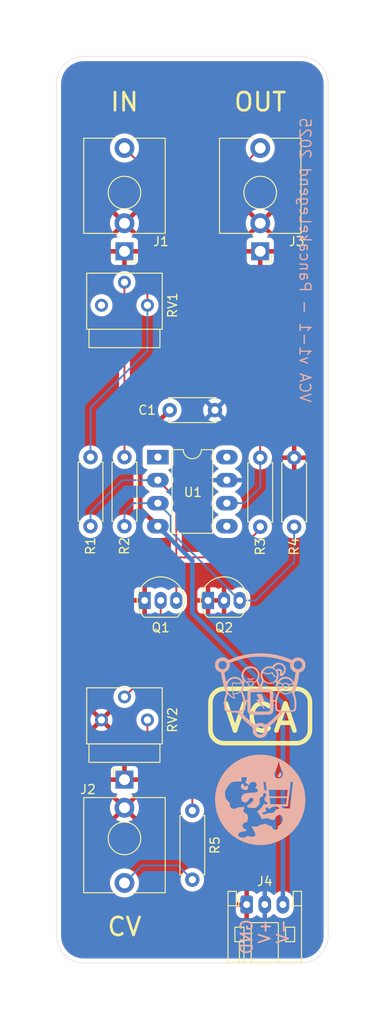
<source format=kicad_pcb>
(kicad_pcb (version 20241229) (generator "pcbnew") (generator_version "9.0")
  (title_block (title "VCA") (date "2025-06-14") (rev "1-1"))
  (layers (0 "F.Cu" signal) (2 "B.Cu" signal) (13 "F.Paste" user) (15 "B.Paste" user) (5 "F.SilkS" user "F.Silkscreen") (7 "B.SilkS" user "B.Silkscreen") (1 "F.Mask" user) (3 "B.Mask" user) (25 "Edge.Cuts" user))
  (net 0 "")
  (net 1 "VSS")
  (net 2 "VDD")
  (net 3 "Net-(J1-PadT)")
  (net 4 "GND")
  (net 5 "Net-(J2-PadT)")
  (net 6 "Net-(J3-PadT)")
  (net 7 "Net-(Q1-G)")
  (net 8 "Net-(Q1-D)")
  (net 9 "Net-(Q2-D)")
  (net 10 "Net-(R2-Pad1)")
  (net 11 "Net-(R5-Pad2)")
  (footprint "HackSynth:J172_TO-92_Inline - Handsolder" (layer "F.Cu") (at 125.23 110)
    (property "Reference" "Q1" (at 1.27 3 0) (layer "F.SilkS"))
    (property "Value" "J172")
    (pad "1" thru_hole oval (at 3 0) (size 1.35 1.9) (drill 0.75) (layers "*.Cu" "*.Mask") (net 8 "Net-(Q1-D)"))
    (pad "2" thru_hole oval (at 1.27 0) (size 1.35 1.9) (drill 0.75) (layers "*.Cu" "*.Mask") (net 7 "Net-(Q1-G)"))
    (pad "3" thru_hole rect (at -0.5 0) (size 1.35 1.9) (drill 0.75) (layers "*.Cu" "*.Mask") (net 4 "GND"))
  )
  (footprint "HackSynth:DIP-8_W7.62mm_LongPads" (layer "F.Cu") (at 130 98)
    (property "Reference" "U1" (at 0.065 0.07 0) (layer "F.SilkS"))
    (property "Value" "LT1006")
    (pad "1" thru_hole rect (at -3.81 -3.81) (size 2.4 1.6) (drill 0.8) (layers "*.Cu" "*.Mask"))
    (pad "2" thru_hole oval (at -3.81 -1.27) (size 2.4 1.6) (drill 0.8) (layers "*.Cu" "*.Mask") (net 8 "Net-(Q1-D)"))
    (pad "3" thru_hole oval (at -3.81 1.27) (size 2.4 1.6) (drill 0.8) (layers "*.Cu" "*.Mask") (net 9 "Net-(Q2-D)"))
    (pad "4" thru_hole oval (at -3.81 3.81) (size 2.4 1.6) (drill 0.8) (layers "*.Cu" "*.Mask") (net 1 "VSS"))
    (pad "5" thru_hole oval (at 3.81 3.81) (size 2.4 1.6) (drill 0.8) (layers "*.Cu" "*.Mask"))
    (pad "6" thru_hole oval (at 3.81 1.27) (size 2.4 1.6) (drill 0.8) (layers "*.Cu" "*.Mask") (net 6 "Net-(J3-PadT)"))
    (pad "7" thru_hole oval (at 3.81 -1.27) (size 2.4 1.6) (drill 0.8) (layers "*.Cu" "*.Mask") (net 2 "VDD"))
    (pad "8" thru_hole oval (at 3.81 -3.81) (size 2.4 1.6) (drill 0.8) (layers "*.Cu" "*.Mask"))
  )
  (footprint "HackSynth:Jack_3.5mm" (layer "F.Cu") (at 122.5 65)
    (property "Reference" "J1" (at 4.03 5.4 0) (layer "F.SilkS"))
    (property "Value" "VIN")
    (pad "G" thru_hole rect (at 0 6.48) (size 2 2) (drill 1.2) (layers "*.Cu" "*.Mask") (net 4 "GND"))
    (pad "S" thru_hole circle (at 0 3.38) (size 2.2 2.2) (drill 1.2) (layers "*.Cu" "*.Mask") (net 4 "GND"))
    (pad "T" thru_hole circle (at 0 -4.92) (size 2.2 2.2) (drill 1.2) (layers "*.Cu" "*.Mask") (net 3 "Net-(J1-PadT)"))
    (zone (net 0) (net_name "") (layer "F.Cu") (connect_pads (clearance 0)) (min_thickness 0.254)
      (keepout (tracks not_allowed) (vias not_allowed) (pads not_allowed) (copperpour not_allowed) (footprints not_allowed))
      (fill (thermal_gap 0.508) (thermal_bridge_width 0.508))
      (polygon (pts (xy 120.994859 65) (xy 121.01507 65.245829) (xy 121.075159 65.485055) (xy 121.173514 65.711256) (xy 121.307492 65.918355) (xy 121.473496 66.10079) (xy 121.667068 66.253664) (xy 121.883008 66.372869) (xy 122.115518 66.455206) (xy 122.358354 66.498461) (xy 122.604993 66.501475) (xy 122.848813 66.464165) (xy 123.083266 66.387534) (xy 123.302054 66.27364) (xy 123.499303 66.125542) (xy 123.669714 65.947216) (xy 123.808712 65.743452) (xy 123.912564 65.519722) (xy 123.978481 65.282035) (xy 124.004692 65.036774) (xy 123.990493 64.790525) (xy 123.936266 64.549901) (xy 123.843468 64.321366) (xy 123.714589 64.111055) (xy 123.553092 63.924618) (xy 123.363313 63.767061) (xy 123.15035 63.642615) (xy 122.919921 63.554623) (xy 122.678215 63.505447) (xy 122.431722 63.496408) (xy 122.187064 63.52775) (xy 121.950809 63.59863) (xy 121.729303 63.707144) (xy 121.528495 63.850379) (xy 121.353777 64.024488) (xy 121.209842 64.224795) (xy 121.100555 64.445921) (xy 121.028851 64.681926) (xy 120.996656 64.926474)))
    )
  )
  (footprint "HackSynth:JST_PH_S3B-PH-K_1x03_P2.00mm_Horizontal" (layer "F.Cu") (at 136 143.55)
    (property "Reference" "J4" (at 2 -2.55 0) (layer "F.SilkS"))
    (property "Value" "Conn_01x03_Pin")
    (fp_text user "+V" (at 2 1.5 90) (layer "B.SilkS") (effects (font (size 1.27 1.27) (thickness 0.2)) (justify left mirror)))
    (fp_text user "GND" (at 0 1.5 90) (layer "B.SilkS") (effects (font (size 1.27 1.27) (thickness 0.2)) (justify left mirror)))
    (fp_text user "-V" (at 4 1.5 90) (layer "B.SilkS") (effects (font (size 1.27 1.27) (thickness 0.2)) (justify left mirror)))
    (pad "1" thru_hole roundrect (at 0 0) (size 1.4 2) (drill 0.75) (layers "*.Cu" "*.Mask") (roundrect_rratio 0.208333) (net 4 "GND"))
    (pad "2" thru_hole oval (at 2 0) (size 1.4 2) (drill 0.75) (layers "*.Cu" "*.Mask") (net 2 "VDD"))
    (pad "3" thru_hole oval (at 4 0) (size 1.4 2) (drill 0.75) (layers "*.Cu" "*.Mask") (net 1 "VSS"))
  )
  (footprint "Capacitor_THT:C_Disc_D5.0mm_W2.5mm_P5.00mm" (layer "F.Cu") (at 132.5 89.000001 180)
    (property "Reference" "C1" (at 7.5 0 0) (layer "F.SilkS"))
    (property "Value" "C")
    (pad "1" thru_hole circle (at 0 0 180) (size 1.6 1.6) (drill 0.8) (layers "*.Cu" "*.Mask") (net 2 "VDD"))
    (pad "2" thru_hole circle (at 5 0 180) (size 1.6 1.6) (drill 0.8) (layers "*.Cu" "*.Mask") (net 1 "VSS"))
  )
  (footprint "HackSynth:Module 30x100mm" (layer "F.Cu") (at 130 100)
    (property "Reference" "REF**" (hide yes))
    (property "Value" "Untitled" (hide yes))
    (fp_line (start -14.999999 -47) (end -15 47) (stroke (width 0.05)) (layer "Edge.Cuts"))
    (fp_line (start -12 49.999999) (end 12 50) (stroke (width 0.05)) (layer "Edge.Cuts"))
    (fp_line (start 12 -50) (end -12 -50) (stroke (width 0.05)) (layer "Edge.Cuts"))
    (fp_line (start 15 47) (end 15 -47) (stroke (width 0.05)) (layer "Edge.Cuts"))
    (fp_arc (start -15 -47) (mid -14.12132 -49.12132) (end -12 -50) (stroke (width 0.05)) (layer "Edge.Cuts"))
    (fp_arc (start -12 50) (mid -14.12132 49.12132) (end -15 47) (stroke (width 0.05)) (layer "Edge.Cuts"))
    (fp_arc (start 12 -50) (mid 14.12132 -49.12132) (end 15 -47) (stroke (width 0.05)) (layer "Edge.Cuts"))
    (fp_arc (start 15 47) (mid 14.12132 49.12132) (end 12 50) (stroke (width 0.05)) (layer "Edge.Cuts"))
  )
  (footprint "HackSynth:Jack_3.5mm" (layer "F.Cu") (at 122.5 136.25 180)
    (property "Reference" "J2" (at 4.03 5.4 0) (layer "F.SilkS"))
    (property "Value" "VC")
    (pad "G" thru_hole rect (at 0 6.48 180) (size 2 2) (drill 1.2) (layers "*.Cu" "*.Mask") (net 4 "GND"))
    (pad "S" thru_hole circle (at 0 3.38 180) (size 2.2 2.2) (drill 1.2) (layers "*.Cu" "*.Mask") (net 4 "GND"))
    (pad "T" thru_hole circle (at 0 -4.92 180) (size 2.2 2.2) (drill 1.2) (layers "*.Cu" "*.Mask") (net 5 "Net-(J2-PadT)"))
    (zone (net 0) (net_name "") (layer "F.Cu") (connect_pads (clearance 0)) (min_thickness 0.254)
      (keepout (tracks not_allowed) (vias not_allowed) (pads not_allowed) (copperpour not_allowed) (footprints not_allowed))
      (fill (thermal_gap 0.508) (thermal_bridge_width 0.508))
      (polygon (pts (xy 124.005141 136.25) (xy 123.98493 136.004171) (xy 123.924841 135.764945) (xy 123.826486 135.538744) (xy 123.692508 135.331645) (xy 123.526504 135.14921) (xy 123.332932 134.996336) (xy 123.116992 134.877131) (xy 122.884482 134.794794) (xy 122.641646 134.751539) (xy 122.395007 134.748525) (xy 122.151187 134.785835) (xy 121.916734 134.862466) (xy 121.697946 134.97636) (xy 121.500697 135.124458) (xy 121.330286 135.302784) (xy 121.191288 135.506548) (xy 121.087436 135.730278) (xy 121.021519 135.967965) (xy 120.995308 136.213226) (xy 121.009507 136.459475) (xy 121.063734 136.700099) (xy 121.156532 136.928634) (xy 121.285411 137.138945) (xy 121.446908 137.325382) (xy 121.636687 137.482939) (xy 121.84965 137.607385) (xy 122.080079 137.695377) (xy 122.321785 137.744553) (xy 122.568278 137.753592) (xy 122.812936 137.72225) (xy 123.049191 137.65137) (xy 123.270697 137.542856) (xy 123.471505 137.399621) (xy 123.646223 137.225512) (xy 123.790158 137.025205) (xy 123.899445 136.804079) (xy 123.971149 136.568074) (xy 124.003344 136.323526)))
    )
  )
  (footprint "HackSynth:TrimPot_Bourns_3339S_Horizontal" (layer "F.Cu") (at 125.04 77.43 -90)
    (property "Reference" "RV1" (at 0 -2.775 90) (layer "F.SilkS"))
    (property "Value" "1kΩ TrimPot")
    (pad "1" thru_hole circle (at 0 0 270) (size 1.44 1.44) (drill 0.8) (layers "*.Cu" "*.Mask") (net 3 "Net-(J1-PadT)"))
    (pad "2" thru_hole circle (at -2.54 2.54 270) (size 1.44 1.44) (drill 0.8) (layers "*.Cu" "*.Mask") (net 10 "Net-(R2-Pad1)"))
    (pad "3" thru_hole circle (at 0 5.08 270) (size 1.44 1.44) (drill 0.8) (layers "*.Cu" "*.Mask"))
  )
  (footprint "HackSynth:J172_TO-92_Inline - Handsolder" (layer "F.Cu") (at 132.23 110.000001)
    (property "Reference" "Q2" (at 1.27 2.999999 0) (layer "F.SilkS"))
    (property "Value" "J172")
    (pad "1" thru_hole oval (at 3 0) (size 1.35 1.9) (drill 0.75) (layers "*.Cu" "*.Mask") (net 9 "Net-(Q2-D)"))
    (pad "2" thru_hole oval (at 1.27 0) (size 1.35 1.9) (drill 0.75) (layers "*.Cu" "*.Mask") (net 4 "GND"))
    (pad "3" thru_hole rect (at -0.5 0) (size 1.35 1.9) (drill 0.75) (layers "*.Cu" "*.Mask") (net 4 "GND"))
  )
  (footprint "HackSynth:R_Axial_DIN0207_L6.3mm_D2.5mm_P7.62mm_Horizontal" (layer "F.Cu") (at 130 140.81 90)
    (property "Reference" "R5" (at 3.81 2.5 90) (layer "F.SilkS"))
    (property "Value" "27k")
    (pad "1" thru_hole circle (at 0 0 90) (size 1.6 1.6) (drill 0.8) (layers "*.Cu" "*.Mask") (net 5 "Net-(J2-PadT)"))
    (pad "2" thru_hole oval (at 7.62 0 90) (size 1.6 1.6) (drill 0.8) (layers "*.Cu" "*.Mask") (net 11 "Net-(R5-Pad2)"))
  )
  (footprint "HackSynth:R_Axial_DIN0207_L6.3mm_D2.5mm_P7.62mm_Horizontal" (layer "F.Cu") (at 137.5 101.87 90)
    (property "Reference" "R3" (at -2.19 0 90) (layer "F.SilkS"))
    (property "Value" "10k")
    (pad "1" thru_hole circle (at 0 0 90) (size 1.6 1.6) (drill 0.8) (layers "*.Cu" "*.Mask") (net 8 "Net-(Q1-D)"))
    (pad "2" thru_hole oval (at 7.62 0 90) (size 1.6 1.6) (drill 0.8) (layers "*.Cu" "*.Mask") (net 6 "Net-(J3-PadT)"))
  )
  (footprint "HackSynth:TrimPot_Bourns_3339S_Horizontal" (layer "F.Cu") (at 125.04 123.18 -90)
    (property "Reference" "RV2" (at 0 -2.775 90) (layer "F.SilkS"))
    (property "Value" "100kΩ TrimPot")
    (pad "1" thru_hole circle (at 0 0 270) (size 1.44 1.44) (drill 0.8) (layers "*.Cu" "*.Mask") (net 11 "Net-(R5-Pad2)"))
    (pad "2" thru_hole circle (at -2.54 2.54 270) (size 1.44 1.44) (drill 0.8) (layers "*.Cu" "*.Mask") (net 7 "Net-(Q1-G)"))
    (pad "3" thru_hole circle (at 0 5.08 270) (size 1.44 1.44) (drill 0.8) (layers "*.Cu" "*.Mask") (net 4 "GND"))
  )
  (footprint "HackSynth:R_Axial_DIN0207_L6.3mm_D2.5mm_P7.62mm_Horizontal" (layer "F.Cu") (at 122.5 94.19 -90)
    (property "Reference" "R2" (at 9.81 0 90) (layer "F.SilkS"))
    (property "Value" "10k")
    (pad "1" thru_hole circle (at 0 0 270) (size 1.6 1.6) (drill 0.8) (layers "*.Cu" "*.Mask") (net 10 "Net-(R2-Pad1)"))
    (pad "2" thru_hole oval (at 7.62 0 270) (size 1.6 1.6) (drill 0.8) (layers "*.Cu" "*.Mask") (net 9 "Net-(Q2-D)"))
  )
  (footprint "HackSynth:Jack_3.5mm" (layer "F.Cu") (at 137.5 65)
    (property "Reference" "J3" (at 4.03 5.4 0) (layer "F.SilkS"))
    (property "Value" "VOUT")
    (pad "G" thru_hole rect (at 0 6.48) (size 2 2) (drill 1.2) (layers "*.Cu" "*.Mask") (net 4 "GND"))
    (pad "S" thru_hole circle (at 0 3.38) (size 2.2 2.2) (drill 1.2) (layers "*.Cu" "*.Mask") (net 4 "GND"))
    (pad "T" thru_hole circle (at 0 -4.92) (size 2.2 2.2) (drill 1.2) (layers "*.Cu" "*.Mask") (net 6 "Net-(J3-PadT)"))
    (zone (net 0) (net_name "") (layer "F.Cu") (connect_pads (clearance 0)) (min_thickness 0.254)
      (keepout (tracks not_allowed) (vias not_allowed) (pads not_allowed) (copperpour not_allowed) (footprints not_allowed))
      (fill (thermal_gap 0.508) (thermal_bridge_width 0.508))
      (polygon (pts (xy 135.994859 65) (xy 136.01507 65.245829) (xy 136.075159 65.485055) (xy 136.173514 65.711256) (xy 136.307492 65.918355) (xy 136.473496 66.10079) (xy 136.667068 66.253664) (xy 136.883008 66.372869) (xy 137.115518 66.455206) (xy 137.358354 66.498461) (xy 137.604993 66.501475) (xy 137.848813 66.464165) (xy 138.083266 66.387534) (xy 138.302054 66.27364) (xy 138.499303 66.125542) (xy 138.669714 65.947216) (xy 138.808712 65.743452) (xy 138.912564 65.519722) (xy 138.978481 65.282035) (xy 139.004692 65.036774) (xy 138.990493 64.790525) (xy 138.936266 64.549901) (xy 138.843468 64.321366) (xy 138.714589 64.111055) (xy 138.553092 63.924618) (xy 138.363313 63.767061) (xy 138.15035 63.642615) (xy 137.919921 63.554623) (xy 137.678215 63.505447) (xy 137.431722 63.496408) (xy 137.187064 63.52775) (xy 136.950809 63.59863) (xy 136.729303 63.707144) (xy 136.528495 63.850379) (xy 136.353777 64.024488) (xy 136.209842 64.224795) (xy 136.100555 64.445921) (xy 136.028851 64.681926) (xy 135.996656 64.926474)))
    )
  )
  (footprint "HackSynth:R_Axial_DIN0207_L6.3mm_D2.5mm_P7.62mm_Horizontal" (layer "F.Cu") (at 118.75 94.19 -90)
    (property "Reference" "R1" (at 9.810001 0 90) (layer "F.SilkS"))
    (property "Value" "10k")
    (pad "1" thru_hole circle (at 0 0 270) (size 1.6 1.6) (drill 0.8) (layers "*.Cu" "*.Mask") (net 3 "Net-(J1-PadT)"))
    (pad "2" thru_hole oval (at 7.62 0 270) (size 1.6 1.6) (drill 0.8) (layers "*.Cu" "*.Mask") (net 8 "Net-(Q1-D)"))
  )
  (footprint "HackSynth:R_Axial_DIN0207_L6.3mm_D2.5mm_P7.62mm_Horizontal" (layer "F.Cu") (at 141.25 101.87 90)
    (property "Reference" "R4" (at -2.19 0 90) (layer "F.SilkS"))
    (property "Value" "10k")
    (pad "1" thru_hole circle (at 0 0 90) (size 1.6 1.6) (drill 0.8) (layers "*.Cu" "*.Mask") (net 9 "Net-(Q2-D)"))
    (pad "2" thru_hole oval (at 7.62 0 90) (size 1.6 1.6) (drill 0.8) (layers "*.Cu" "*.Mask") (net 4 "GND"))
  )
  (footprint "HackSynth:PancakeLegend Logo - 10mm" (layer "B.Cu") (at 137.5 132 180)
    (property "Reference" "Ref**" (hide yes))
    (property "Value" "Val**" (hide yes))
  )
  (footprint "HackSynth:CCHS Logo - 10mm" (layer "B.Cu") (at 137.5 120.5 180)
    (property "Reference" "Ref**" (hide yes))
    (property "Value" "Val**" (hide yes))
  )
  (gr_arc (start 141.5 119.75) (mid 142.56066 120.18934) (end 143 121.25) (stroke (width 0.5)) (layer "F.SilkS"))
  (gr_arc (start 143.000001 124.250001) (mid 142.560661 125.310661) (end 141.500001 125.750001) (stroke (width 0.5)) (layer "F.SilkS"))
  (gr_line (start 143 121.25) (end 143 124.25) (stroke (width 0.5)) (layer "F.SilkS"))
  (gr_line (start 133.5 119.749999) (end 141.5 119.75) (stroke (width 0.5)) (layer "F.SilkS"))
  (gr_arc (start 131.999999 121.249999) (mid 132.439339 120.189339) (end 133.499999 119.749999) (stroke (width 0.5)) (layer "F.SilkS"))
  (gr_arc (start 133.499999 125.750001) (mid 132.439339 125.310661) (end 131.999999 124.250001) (stroke (width 0.5)) (layer "F.SilkS"))
  (gr_line (start 131.999999 121.249999) (end 131.999999 124.249999) (stroke (width 0.5)) (layer "F.SilkS"))
  (gr_line (start 133.499999 125.75) (end 141.500001 125.750001) (stroke (width 0.5)) (layer "F.SilkS"))
  (gr_text "IN" (at 122.5 55 0) (layer "F.SilkS") (effects (font (size 2 2) (thickness 0.3))))
  (gr_text "VCA" (at 133.1 124.75 0) (layer "F.SilkS") (effects (font (size 3 3) (thickness 0.5) (bold yes)) (justify left bottom)))
  (gr_text "CV" (at 122.5 146 0) (layer "F.SilkS") (effects (font (size 2 2) (thickness 0.3))))
  (gr_text "OUT" (at 137.5 55 0) (layer "F.SilkS") (effects (font (size 2 2) (thickness 0.3))))
  (gr_text "VCA v1-1 - PancakeLegend 2025" (at 141.75 88.25 270) (layer "B.SilkS") (effects (font (size 1.2 1.2)) (justify left bottom mirror)))
  (segment (start 124.25 92.250001) (end 127.5 89.000001) (width 0.5) (layer "F.Cu") (net 1))
  (segment (start 124.25 99.87) (end 124.25 92.250001) (width 0.5) (layer "F.Cu") (net 1))
  (segment (start 126.19 101.81) (end 124.25 99.87) (width 0.5) (layer "F.Cu") (net 1))
  (segment (start 130 105.615001) (end 126.195 101.810001) (width 0.5) (layer "B.Cu") (net 1))
  (segment (start 130 111.385404) (end 130 105.615001) (width 0.5) (layer "B.Cu") (net 1))
  (segment (start 140 121.385404) (end 130 111.385404) (width 0.5) (layer "B.Cu") (net 1))
  (segment (start 140 143.55) (end 140 121.385404) (width 0.5) (layer "B.Cu") (net 1))
  (segment (start 125.04 62.62) (end 125.04 77.43) (width 0.2) (layer "F.Cu") (net 3))
  (segment (start 122.5 60.08) (end 125.04 62.62) (width 0.2) (layer "F.Cu") (net 3))
  (segment (start 118.75 94.19) (end 118.75 88.75) (width 0.2) (layer "B.Cu") (net 3))
  (segment (start 125.04 82.46) (end 118.75 88.75) (width 0.2) (layer "B.Cu") (net 3))
  (segment (start 125.04 77.43) (end 125.04 82.46) (width 0.2) (layer "B.Cu") (net 3))
  (segment (start 122.5 141.17) (end 124.42 139.25) (width 0.2) (layer "B.Cu") (net 5))
  (segment (start 124.42 139.25) (end 128.44 139.25) (width 0.2) (layer "B.Cu") (net 5))
  (segment (start 128.44 139.25) (end 130 140.81) (width 0.2) (layer "B.Cu") (net 5))
  (segment (start 129.64 141.17) (end 130 140.81) (width 0.2) (layer "B.Cu") (net 5))
  (segment (start 135 62.58) (end 135 87.75) (width 0.2) (layer "F.Cu") (net 6))
  (segment (start 137.5 90.25) (end 137.5 94.25) (width 0.2) (layer "F.Cu") (net 6))
  (segment (start 137.5 60.08) (end 135 62.58) (width 0.2) (layer "F.Cu") (net 6))
  (segment (start 135 87.75) (end 137.5 90.25) (width 0.2) (layer "F.Cu") (net 6))
  (segment (start 133.815 99.270001) (end 135.729999 99.270001) (width 0.2) (layer "B.Cu") (net 6))
  (segment (start 137.5 97.5) (end 137.5 94.25) (width 0.2) (layer "B.Cu") (net 6))
  (segment (start 135.729999 99.270001) (end 137.5 97.5) (width 0.2) (layer "B.Cu") (net 6))
  (segment (start 126.5 116.64) (end 122.5 120.64) (width 0.2) (layer "F.Cu") (net 7))
  (segment (start 126.5 116.64) (end 126.5 110) (width 0.2) (layer "F.Cu") (net 7))
  (segment (start 128.23 105.25) (end 128.23 108.27) (width 0.2) (layer "F.Cu") (net 8))
  (segment (start 126.195 96.730001) (end 128.23 98.765001) (width 0.2) (layer "F.Cu") (net 8))
  (segment (start 128.23 98.765001) (end 128.23 105.25) (width 0.2) (layer "F.Cu") (net 8))
  (segment (start 128.23 110) (end 128.23 108.27) (width 0.2) (layer "F.Cu") (net 8))
  (segment (start 134.37 105.25) (end 128.23 105.25) (width 0.2) (layer "F.Cu") (net 8))
  (segment (start 137.75 101.87) (end 134.37 105.25) (width 0.2) (layer "F.Cu") (net 8))
  (segment (start 122.269999 96.730001) (end 126.195 96.730001) (width 0.2) (layer "B.Cu") (net 8))
  (segment (start 118.75 100.25) (end 122.269999 96.730001) (width 0.2) (layer "B.Cu") (net 8))
  (segment (start 118.75 101.81) (end 118.75 100.25) (width 0.2) (layer "B.Cu") (net 8))
  (segment (start 135.23 110.000001) (end 136.999999 110.000001) (width 0.2) (layer "B.Cu") (net 9))
  (segment (start 122.5 101.81) (end 122.5 100.25) (width 0.2) (layer "B.Cu") (net 9))
  (segment (start 127.597884 102.367885) (end 127.597884 100.672885) (width 0.2) (layer "B.Cu") (net 9))
  (segment (start 136.999999 110.000001) (end 141.25 105.75) (width 0.2) (layer "B.Cu") (net 9))
  (segment (start 127.597884 100.672885) (end 126.195 99.270001) (width 0.2) (layer "B.Cu") (net 9))
  (segment (start 135.23 110.000001) (end 127.597884 102.367885) (width 0.2) (layer "B.Cu") (net 9))
  (segment (start 122.5 100.25) (end 123.48 99.27) (width 0.2) (layer "B.Cu") (net 9))
  (segment (start 123.48 99.27) (end 126.195 99.27) (width 0.2) (layer "B.Cu") (net 9))
  (segment (start 141.25 105.75) (end 141.25 101.87) (width 0.2) (layer "B.Cu") (net 9))
  (segment (start 122.5 74.89) (end 122.5 94.19) (width 0.2) (layer "F.Cu") (net 10))
  (segment (start 130 130.96) (end 125.04 126) (width 0.2) (layer "F.Cu") (net 11))
  (segment (start 125.04 123.18) (end 125.04 126) (width 0.2) (layer "F.Cu") (net 11))
  (segment (start 130 133.19) (end 130 130.96) (width 0.2) (layer "F.Cu") (net 11))
  (segment (start 130.5 133.169999) (end 130.5 132.94) (width 0.2) (layer "B.Cu") (net 11))
  (zone (net 4) (net_name "GND") (layer "F.Cu") (connect_pads (clearance 0.5)) (min_thickness 0.25) (fill yes (thermal_gap 0.5) (thermal_bridge_width 0.5))
    (polygon (pts (xy 108.75 43.75) (xy 148.75 43.75) (xy 148.75 153.75) (xy 108.75 153.75)))
  )
  (zone (net 2) (net_name "VDD") (layer "B.Cu") (priority 3) (connect_pads (clearance 0.5)) (min_thickness 0.25) (fill yes (thermal_gap 0.5) (thermal_bridge_width 0.5))
    (polygon (pts (xy 111.75 46.75) (xy 151.75 46.75) (xy 151.75 156.75) (xy 111.75 156.75)))
  )
)
</source>
